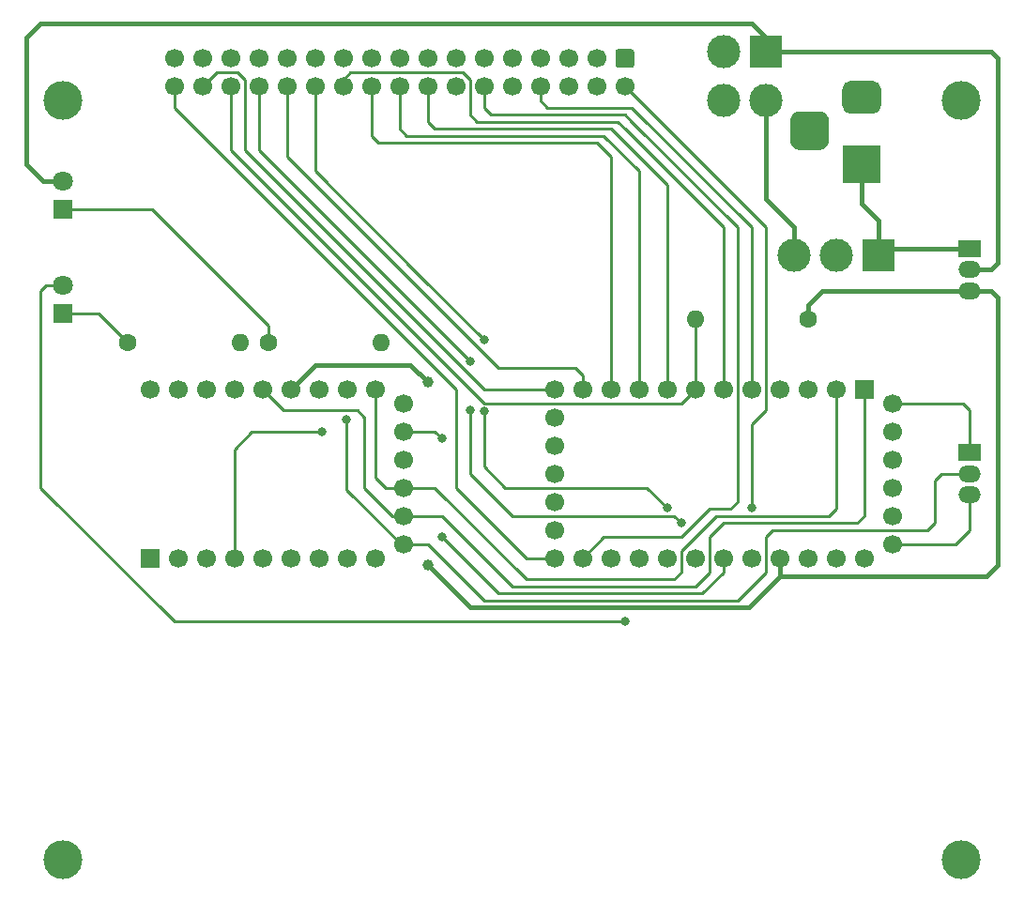
<source format=gtl>
G04 #@! TF.GenerationSoftware,KiCad,Pcbnew,(5.1.8)-1*
G04 #@! TF.CreationDate,2021-10-10T14:42:33+02:00*
G04 #@! TF.ProjectId,Amiga Drawbridge,416d6967-6120-4447-9261-776272696467,rev?*
G04 #@! TF.SameCoordinates,Original*
G04 #@! TF.FileFunction,Copper,L1,Top*
G04 #@! TF.FilePolarity,Positive*
%FSLAX46Y46*%
G04 Gerber Fmt 4.6, Leading zero omitted, Abs format (unit mm)*
G04 Created by KiCad (PCBNEW (5.1.8)-1) date 2021-10-10 14:42:33*
%MOMM*%
%LPD*%
G01*
G04 APERTURE LIST*
G04 #@! TA.AperFunction,ComponentPad*
%ADD10C,1.700000*%
G04 #@! TD*
G04 #@! TA.AperFunction,ComponentPad*
%ADD11C,3.000000*%
G04 #@! TD*
G04 #@! TA.AperFunction,ComponentPad*
%ADD12R,3.000000X3.000000*%
G04 #@! TD*
G04 #@! TA.AperFunction,ComponentPad*
%ADD13R,1.700000X1.700000*%
G04 #@! TD*
G04 #@! TA.AperFunction,ComponentPad*
%ADD14R,3.500000X3.500000*%
G04 #@! TD*
G04 #@! TA.AperFunction,SMDPad,CuDef*
%ADD15R,2.000000X1.500000*%
G04 #@! TD*
G04 #@! TA.AperFunction,SMDPad,CuDef*
%ADD16O,2.000000X1.500000*%
G04 #@! TD*
G04 #@! TA.AperFunction,ComponentPad*
%ADD17C,1.600000*%
G04 #@! TD*
G04 #@! TA.AperFunction,ComponentPad*
%ADD18O,1.600000X1.600000*%
G04 #@! TD*
G04 #@! TA.AperFunction,ComponentPad*
%ADD19C,3.500000*%
G04 #@! TD*
G04 #@! TA.AperFunction,ComponentPad*
%ADD20R,1.800000X1.800000*%
G04 #@! TD*
G04 #@! TA.AperFunction,ComponentPad*
%ADD21C,1.800000*%
G04 #@! TD*
G04 #@! TA.AperFunction,ViaPad*
%ADD22C,0.800000*%
G04 #@! TD*
G04 #@! TA.AperFunction,ViaPad*
%ADD23C,1.000000*%
G04 #@! TD*
G04 #@! TA.AperFunction,Conductor*
%ADD24C,0.250000*%
G04 #@! TD*
G04 #@! TA.AperFunction,Conductor*
%ADD25C,0.381000*%
G04 #@! TD*
G04 APERTURE END LIST*
G04 #@! TA.AperFunction,ComponentPad*
G36*
G01*
X162595000Y-58840000D02*
X163795000Y-58840000D01*
G75*
G02*
X164045000Y-59090000I0J-250000D01*
G01*
X164045000Y-60290000D01*
G75*
G02*
X163795000Y-60540000I-250000J0D01*
G01*
X162595000Y-60540000D01*
G75*
G02*
X162345000Y-60290000I0J250000D01*
G01*
X162345000Y-59090000D01*
G75*
G02*
X162595000Y-58840000I250000J0D01*
G01*
G37*
G04 #@! TD.AperFunction*
D10*
X160655000Y-59690000D03*
X158115000Y-59690000D03*
X155575000Y-59690000D03*
X153035000Y-59690000D03*
X150495000Y-59690000D03*
X147955000Y-59690000D03*
X145415000Y-59690000D03*
X142875000Y-59690000D03*
X140335000Y-59690000D03*
X137795000Y-59690000D03*
X135255000Y-59690000D03*
X132715000Y-59690000D03*
X130175000Y-59690000D03*
X127635000Y-59690000D03*
X125095000Y-59690000D03*
X122555000Y-59690000D03*
X163195000Y-62230000D03*
X160655000Y-62230000D03*
X158115000Y-62230000D03*
X155575000Y-62230000D03*
X153035000Y-62230000D03*
X150495000Y-62230000D03*
X147955000Y-62230000D03*
X145415000Y-62230000D03*
X142875000Y-62230000D03*
X140335000Y-62230000D03*
X137795000Y-62230000D03*
X135255000Y-62230000D03*
X132715000Y-62230000D03*
X130175000Y-62230000D03*
X127635000Y-62230000D03*
X125095000Y-62230000D03*
X122555000Y-62230000D03*
D11*
X175895000Y-63500000D03*
X172085000Y-59055000D03*
X172085000Y-63500000D03*
D12*
X175895000Y-59055000D03*
D10*
X187325000Y-90805000D03*
X187325000Y-93345000D03*
X187325000Y-95885000D03*
X187325000Y-98425000D03*
X187325000Y-100965000D03*
X187325000Y-103505000D03*
X184785000Y-104775000D03*
X182245000Y-104775000D03*
X179705000Y-104775000D03*
X177165000Y-104775000D03*
X174625000Y-104775000D03*
D13*
X184785000Y-89535000D03*
D10*
X172085000Y-104775000D03*
X169545000Y-104775000D03*
X167005000Y-104775000D03*
X164465000Y-104775000D03*
X161925000Y-104775000D03*
X159385000Y-104775000D03*
X156845000Y-104775000D03*
X156845000Y-102235000D03*
X156845000Y-99695000D03*
X156845000Y-97155000D03*
X156845000Y-94615000D03*
X156845000Y-92075000D03*
X156845000Y-89535000D03*
X159385000Y-89535000D03*
X161925000Y-89535000D03*
X164465000Y-89535000D03*
X167005000Y-89535000D03*
X169545000Y-89535000D03*
X172085000Y-89535000D03*
X174625000Y-89535000D03*
X177165000Y-89535000D03*
X179705000Y-89535000D03*
X182245000Y-89535000D03*
D14*
X184556400Y-69189600D03*
G04 #@! TA.AperFunction,ComponentPad*
G36*
G01*
X183556400Y-61689600D02*
X185556400Y-61689600D01*
G75*
G02*
X186306400Y-62439600I0J-750000D01*
G01*
X186306400Y-63939600D01*
G75*
G02*
X185556400Y-64689600I-750000J0D01*
G01*
X183556400Y-64689600D01*
G75*
G02*
X182806400Y-63939600I0J750000D01*
G01*
X182806400Y-62439600D01*
G75*
G02*
X183556400Y-61689600I750000J0D01*
G01*
G37*
G04 #@! TD.AperFunction*
G04 #@! TA.AperFunction,ComponentPad*
G36*
G01*
X178981400Y-64439600D02*
X180731400Y-64439600D01*
G75*
G02*
X181606400Y-65314600I0J-875000D01*
G01*
X181606400Y-67064600D01*
G75*
G02*
X180731400Y-67939600I-875000J0D01*
G01*
X178981400Y-67939600D01*
G75*
G02*
X178106400Y-67064600I0J875000D01*
G01*
X178106400Y-65314600D01*
G75*
G02*
X178981400Y-64439600I875000J0D01*
G01*
G37*
G04 #@! TD.AperFunction*
D15*
X194310000Y-95250000D03*
D16*
X194310000Y-97155000D03*
X194310000Y-99060000D03*
X194310000Y-80645000D03*
X194310000Y-78740000D03*
D15*
X194310000Y-76835000D03*
D17*
X179705000Y-83185000D03*
D18*
X169545000Y-83185000D03*
D13*
X120340000Y-104775000D03*
D10*
X120340000Y-89535000D03*
X122880000Y-89535000D03*
X125420000Y-89535000D03*
X127960000Y-89535000D03*
X130500000Y-89535000D03*
X133040000Y-89535000D03*
X135580000Y-89535000D03*
X138120000Y-89535000D03*
X140660000Y-89535000D03*
X143200000Y-90805000D03*
X143200000Y-93345000D03*
X143200000Y-95885000D03*
X143200000Y-98425000D03*
X143200000Y-100965000D03*
X143200000Y-103505000D03*
X140660000Y-104775000D03*
X138120000Y-104775000D03*
X135580000Y-104775000D03*
X133040000Y-104775000D03*
X130500000Y-104775000D03*
X127960000Y-104775000D03*
X125420000Y-104775000D03*
X122880000Y-104775000D03*
D19*
X112500000Y-132000000D03*
X193500000Y-132000000D03*
X193500000Y-63500000D03*
X112500000Y-63500000D03*
D20*
X112500000Y-73279000D03*
D21*
X112500000Y-70739000D03*
X112500000Y-80137000D03*
D20*
X112500000Y-82677000D03*
D12*
X186055000Y-77470000D03*
D11*
X178435000Y-77470000D03*
X182245000Y-77470000D03*
D18*
X141224000Y-85344000D03*
D17*
X131064000Y-85344000D03*
X118364000Y-85344000D03*
D18*
X128524000Y-85344000D03*
D22*
X150494976Y-91530000D03*
X167005000Y-100240000D03*
X150495000Y-85090000D03*
X168275000Y-101600000D03*
X149225000Y-91440000D03*
X149225000Y-86995000D03*
D23*
X145415000Y-105410000D03*
X145415000Y-88900000D03*
D22*
X174625000Y-100240000D03*
X135890000Y-93345000D03*
X146685000Y-93980000D03*
X146685000Y-102870000D03*
X138112500Y-92265500D03*
X163195000Y-110490000D03*
D24*
X156845000Y-89535000D02*
X150495000Y-89535000D01*
X135255000Y-74295000D02*
X135220000Y-74260000D01*
X150495000Y-89535000D02*
X135255000Y-74295000D01*
X129540000Y-68580000D02*
X135255000Y-74295000D01*
X128905000Y-67945000D02*
X129540000Y-68580000D01*
X128270000Y-60960000D02*
X128905000Y-61595000D01*
X126365000Y-60960000D02*
X128270000Y-60960000D01*
X128905000Y-61595000D02*
X128905000Y-67945000D01*
X125095000Y-62230000D02*
X126365000Y-60960000D01*
X159385000Y-88265000D02*
X159385000Y-89535000D01*
X158750000Y-87630000D02*
X159385000Y-88265000D01*
X151765000Y-87630000D02*
X158750000Y-87630000D01*
X132715000Y-68580000D02*
X151765000Y-87630000D01*
X132715000Y-62230000D02*
X132715000Y-68580000D01*
X140335000Y-66675000D02*
X140335000Y-62230000D01*
X160655000Y-67310000D02*
X140970000Y-67310000D01*
X161925000Y-68580000D02*
X160655000Y-67310000D01*
X140970000Y-67310000D02*
X140335000Y-66675000D01*
X161925000Y-89535000D02*
X161925000Y-68580000D01*
X143510000Y-66675000D02*
X142875000Y-66040000D01*
X142875000Y-66040000D02*
X142875000Y-62230000D01*
X161290000Y-66675000D02*
X143510000Y-66675000D01*
X164465000Y-69850000D02*
X161290000Y-66675000D01*
X164465000Y-89535000D02*
X164465000Y-69850000D01*
X145415000Y-65405000D02*
X145415000Y-62230000D01*
X146050000Y-66040000D02*
X145415000Y-65405000D01*
X161925000Y-66040000D02*
X146050000Y-66040000D01*
X167005000Y-71120000D02*
X161925000Y-66040000D01*
X167005000Y-89535000D02*
X167005000Y-71120000D01*
X168275000Y-90805000D02*
X150495176Y-90805000D01*
X169545000Y-89535000D02*
X168275000Y-90805000D01*
X150495176Y-90805000D02*
X133985000Y-74294824D01*
X133985000Y-74294824D02*
X133984824Y-74294824D01*
X127635000Y-67945000D02*
X127635000Y-62230000D01*
X133984824Y-74294824D02*
X127635000Y-67945000D01*
X169545000Y-89535000D02*
X169545000Y-83185000D01*
X172085000Y-84455000D02*
X172085000Y-89535000D01*
X172085000Y-74930000D02*
X172085000Y-84455000D01*
X163195000Y-66040000D02*
X172085000Y-74930000D01*
X137795000Y-61595000D02*
X137795000Y-62230000D01*
X148590000Y-60960000D02*
X138430000Y-60960000D01*
X149225000Y-61595000D02*
X148590000Y-60960000D01*
X149225000Y-64770000D02*
X149225000Y-61595000D01*
X149860000Y-65405000D02*
X149225000Y-64770000D01*
X138430000Y-60960000D02*
X137795000Y-61595000D01*
X162560000Y-65405000D02*
X149860000Y-65405000D01*
X163195000Y-66040000D02*
X162560000Y-65405000D01*
X155575000Y-63500000D02*
X155575000Y-62230000D01*
X156210000Y-64135000D02*
X155575000Y-63500000D01*
X163830000Y-64135000D02*
X156210000Y-64135000D01*
X174625000Y-74930000D02*
X163830000Y-64135000D01*
X174625000Y-89535000D02*
X174625000Y-74930000D01*
X141605000Y-98425000D02*
X143200000Y-98425000D01*
X140660000Y-97480000D02*
X141605000Y-98425000D01*
X140660000Y-89535000D02*
X140660000Y-97480000D01*
X182245000Y-100330000D02*
X182245000Y-89535000D01*
X181610000Y-100965000D02*
X182245000Y-100330000D01*
X171450000Y-100965000D02*
X181610000Y-100965000D01*
X168275000Y-104140000D02*
X171450000Y-100965000D01*
X168275000Y-106045000D02*
X168275000Y-104140000D01*
X167640000Y-106680000D02*
X168275000Y-106045000D01*
X154305000Y-106680000D02*
X167640000Y-106680000D01*
X146050000Y-98425000D02*
X154305000Y-106680000D01*
X143200000Y-98425000D02*
X146050000Y-98425000D01*
X142240000Y-100965000D02*
X143200000Y-100965000D01*
X139065000Y-91440000D02*
X139700000Y-92075000D01*
X139700000Y-98425000D02*
X142240000Y-100965000D01*
X132405000Y-91440000D02*
X139065000Y-91440000D01*
X139700000Y-92075000D02*
X139700000Y-98425000D01*
X130500000Y-89535000D02*
X132405000Y-91440000D01*
X184785000Y-100965000D02*
X184785000Y-89535000D01*
X172085000Y-101600000D02*
X184150000Y-101600000D01*
X170815000Y-102870000D02*
X172085000Y-101600000D01*
X184150000Y-101600000D02*
X184785000Y-100965000D01*
X170815000Y-106045000D02*
X170815000Y-102870000D01*
X169545000Y-107315000D02*
X170815000Y-106045000D01*
X153035000Y-107315000D02*
X169545000Y-107315000D01*
X146685000Y-100965000D02*
X153035000Y-107315000D01*
X143200000Y-100965000D02*
X146685000Y-100965000D01*
X154305000Y-104775000D02*
X156845000Y-104775000D01*
X147955000Y-89535000D02*
X147955000Y-98425000D01*
X147955000Y-98425000D02*
X154305000Y-104775000D01*
X122555000Y-64135000D02*
X147955000Y-89535000D01*
X122555000Y-62230000D02*
X122555000Y-64135000D01*
X173355000Y-74930000D02*
X163830000Y-65405000D01*
X173355000Y-99695000D02*
X173355000Y-74930000D01*
X170815000Y-100330000D02*
X172720000Y-100330000D01*
X168275000Y-102870000D02*
X170815000Y-100330000D01*
X161290000Y-102870000D02*
X168275000Y-102870000D01*
X172720000Y-100330000D02*
X173355000Y-99695000D01*
X159385000Y-104775000D02*
X161290000Y-102870000D01*
X163830000Y-65405000D02*
X163195000Y-64770000D01*
X163195000Y-64770000D02*
X151130000Y-64770000D01*
X151130000Y-64770000D02*
X150495000Y-64135000D01*
X150495000Y-64135000D02*
X150495000Y-62230000D01*
X150494976Y-91530000D02*
X150494976Y-95249976D01*
X150494976Y-95249976D02*
X150495000Y-95250000D01*
X150495000Y-95250000D02*
X150495000Y-96520000D01*
X150495000Y-96520000D02*
X152400000Y-98425000D01*
X165190000Y-98425000D02*
X167005000Y-100240000D01*
X152400000Y-98425000D02*
X165190000Y-98425000D01*
X135255000Y-62230000D02*
X135255000Y-69850000D01*
X144780000Y-79375000D02*
X150495000Y-85090000D01*
X135255000Y-69850000D02*
X144780000Y-79375000D01*
X149225000Y-97155000D02*
X149225000Y-91440000D01*
X153035000Y-100965000D02*
X149225000Y-97155000D01*
X168275000Y-101600000D02*
X167640000Y-100965000D01*
X167640000Y-100965000D02*
X153035000Y-100965000D01*
X130175000Y-67945000D02*
X141287500Y-79057500D01*
X130175000Y-62230000D02*
X130175000Y-67945000D01*
X141287500Y-79057500D02*
X149225000Y-86995000D01*
X140300000Y-78070000D02*
X141287500Y-79057500D01*
D25*
X186690000Y-76835000D02*
X186055000Y-77470000D01*
X194310000Y-76835000D02*
X186690000Y-76835000D01*
X184556400Y-72796400D02*
X186055000Y-74295000D01*
X184556400Y-69189600D02*
X184556400Y-72796400D01*
X186055000Y-77470000D02*
X186055000Y-74295000D01*
X175895000Y-63500000D02*
X175895000Y-72390000D01*
X178435000Y-74930000D02*
X178435000Y-77470000D01*
X175895000Y-72390000D02*
X178435000Y-74930000D01*
X149225000Y-109220000D02*
X145415000Y-105410000D01*
X174360000Y-109220000D02*
X149225000Y-109220000D01*
X177165000Y-106415000D02*
X174360000Y-109220000D01*
X177165000Y-104775000D02*
X177165000Y-106415000D01*
X177165000Y-106415000D02*
X195845000Y-106415000D01*
X195845000Y-106415000D02*
X196850000Y-105410000D01*
X196850000Y-105410000D02*
X196850000Y-81280000D01*
X196215000Y-80645000D02*
X194310000Y-80645000D01*
X196850000Y-81280000D02*
X196215000Y-80645000D01*
X143820000Y-87305000D02*
X145415000Y-88900000D01*
X133040000Y-89535000D02*
X135270000Y-87305000D01*
X135270000Y-87305000D02*
X143820000Y-87305000D01*
X194310000Y-80645000D02*
X180975000Y-80645000D01*
X179705000Y-81915000D02*
X179705000Y-83185000D01*
X180975000Y-80645000D02*
X179705000Y-81915000D01*
D24*
X191770000Y-90805000D02*
X187325000Y-90805000D01*
X194310000Y-95250000D02*
X194310000Y-91440000D01*
X193675000Y-90805000D02*
X191770000Y-90805000D01*
X194310000Y-91440000D02*
X193675000Y-90805000D01*
X191770000Y-103505000D02*
X187325000Y-103505000D01*
X194310000Y-99060000D02*
X194310000Y-102235000D01*
X193040000Y-103505000D02*
X191770000Y-103505000D01*
X194310000Y-102235000D02*
X193040000Y-103505000D01*
X175895000Y-74930000D02*
X163195000Y-62230000D01*
X175895000Y-91440000D02*
X175895000Y-74930000D01*
X174625000Y-92710000D02*
X175895000Y-91440000D01*
X174625000Y-100240000D02*
X174625000Y-92710000D01*
X129540000Y-93345000D02*
X135890000Y-93345000D01*
X127960000Y-94925000D02*
X129540000Y-93345000D01*
X127960000Y-104775000D02*
X127960000Y-94925000D01*
X146050000Y-93345000D02*
X146685000Y-93980000D01*
X143200000Y-93345000D02*
X146050000Y-93345000D01*
X151765000Y-107950000D02*
X146685000Y-102870000D01*
X170180000Y-107950000D02*
X151765000Y-107950000D01*
X172085000Y-106045000D02*
X170180000Y-107950000D01*
X172085000Y-104775000D02*
X172085000Y-106045000D01*
X143033750Y-103505000D02*
X138112500Y-98583750D01*
X138112500Y-98583750D02*
X138112500Y-92265500D01*
X143200000Y-103505000D02*
X143033750Y-103505000D01*
X191135000Y-97790000D02*
X191770000Y-97155000D01*
X190500000Y-102235000D02*
X191135000Y-101600000D01*
X176530000Y-102235000D02*
X190500000Y-102235000D01*
X175895000Y-106045000D02*
X175895000Y-102870000D01*
X173355000Y-108585000D02*
X175895000Y-106045000D01*
X150495000Y-108585000D02*
X173355000Y-108585000D01*
X191135000Y-101600000D02*
X191135000Y-97790000D01*
X145415000Y-103505000D02*
X150495000Y-108585000D01*
X175895000Y-102870000D02*
X176530000Y-102235000D01*
X143200000Y-103505000D02*
X145415000Y-103505000D01*
X191770000Y-97155000D02*
X193040000Y-97155000D01*
X193040000Y-97155000D02*
X194310000Y-97155000D01*
X110490000Y-98425000D02*
X110490000Y-81915000D01*
X122555000Y-110490000D02*
X110490000Y-98425000D01*
X163195000Y-110490000D02*
X122555000Y-110490000D01*
X112500000Y-80137000D02*
X110998000Y-80137000D01*
X110490000Y-80645000D02*
X110490000Y-81915000D01*
X110998000Y-80137000D02*
X110490000Y-80645000D01*
X131064000Y-85344000D02*
X131064000Y-83820000D01*
X120523000Y-73279000D02*
X121412000Y-74168000D01*
X112500000Y-73279000D02*
X120523000Y-73279000D01*
X131064000Y-83820000D02*
X121412000Y-74168000D01*
D25*
X196850000Y-78105000D02*
X196215000Y-78740000D01*
X196850000Y-59690000D02*
X196850000Y-78105000D01*
X196215000Y-59055000D02*
X196850000Y-59690000D01*
X196215000Y-78740000D02*
X194310000Y-78740000D01*
X175895000Y-59055000D02*
X196215000Y-59055000D01*
X175895000Y-59055000D02*
X175895000Y-57785000D01*
X175895000Y-57785000D02*
X174625000Y-56515000D01*
X174625000Y-56515000D02*
X110490000Y-56515000D01*
X110490000Y-56515000D02*
X109220000Y-57785000D01*
X110744000Y-70739000D02*
X109220000Y-69215000D01*
X112500000Y-70739000D02*
X110744000Y-70739000D01*
X109220000Y-57785000D02*
X109220000Y-69215000D01*
D24*
X115697000Y-82677000D02*
X118364000Y-85344000D01*
X112500000Y-82677000D02*
X115697000Y-82677000D01*
M02*

</source>
